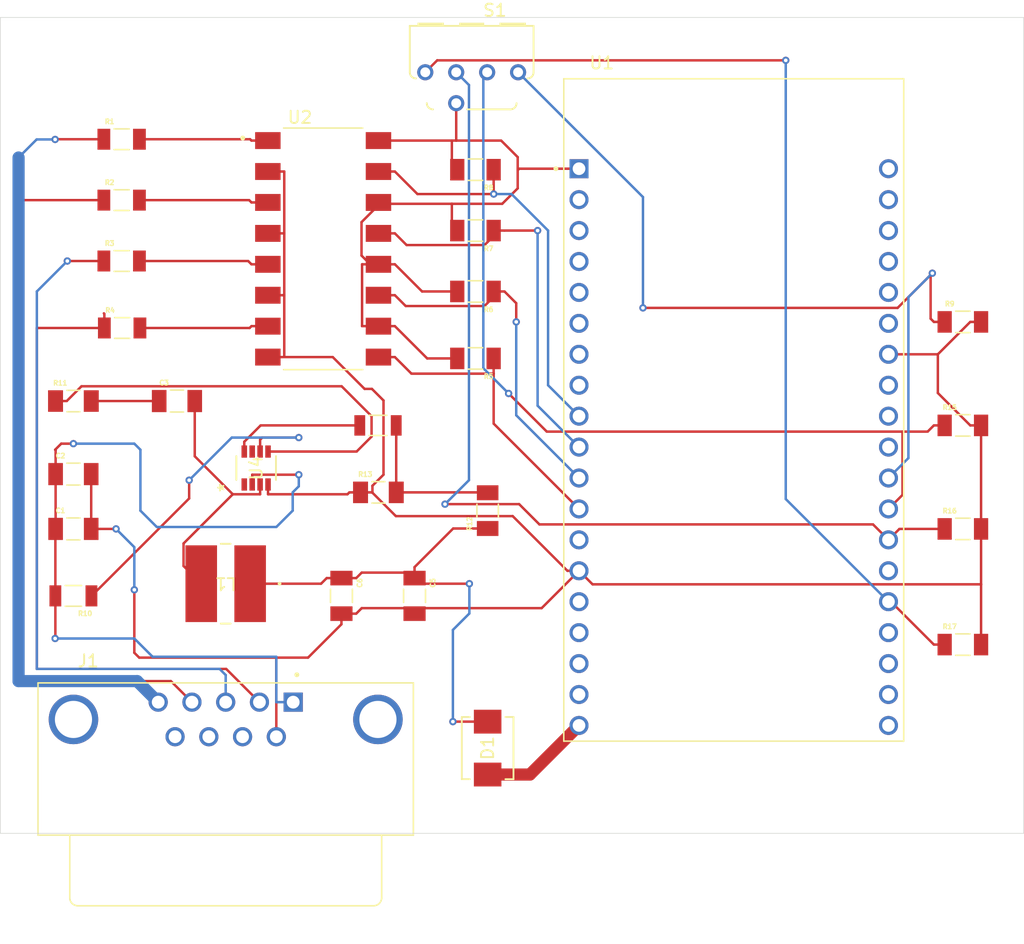
<source format=kicad_pcb>
(kicad_pcb (version 20241229) (generator "pcbnew") (generator_version "9.0")
  (layers (0 "F.Cu" signal) (2 "B.Cu" signal) (13 "F.Paste" user) (15 "B.Paste" user) (5 "F.SilkS" user "F.Silkscreen") (7 "B.SilkS" user "B.Silkscreen") (1 "F.Mask" user) (3 "B.Mask" user) (25 "Edge.Cuts" user))
  (net 0 "")
  (net 1 "+24V")
  (net 2 "GND")
  (net 3 "Net-(U4-SW)")
  (net 4 "Net-(C5-Pad1)")
  (net 5 "+5V")
  (net 11 "Net-(R1-Pad2)")
  (net 12 "Net-(R2-Pad2)")
  (net 13 "Net-(R3-Pad2)")
  (net 14 "Net-(R4-Pad2)")
  (net 15 "+3.3V")
  (net 16 "Net-(U1-IO14)")
  (net 17 "Net-(U1-IO27)")
  (net 18 "Net-(U1-IO26)")
  (net 19 "Net-(U1-IO25)")
  (net 20 "Net-(U1-IO17)")
  (net 21 "Net-(U4-EN)")
  (net 22 "Net-(R12-Pad2)")
  (net 23 "Net-(U4-FB)")
  (net 24 "Net-(U1-IO16)")
  (net 25 "Net-(U1-IO4)")
  (net 26 "Net-(U1-IO2)")
  (net 55 "Net-(C3-Pad1)")
  (footprint "CR1206_FX_1002ELF:RESC3216X75N" (layer "F.Cu") (at 108 45.5 180)
    (property "Reference" "R5" (at -1.08 -1.48 0) (layer "F.SilkS") (effects (font (size 0.393701 0.393701))))
    (property "Value" "CR1206-FX-1002ELF")
    (pad "1" smd rect (at -1.494 0 180) (size 1.17 1.77) (layers "F.Cu" "F.Mask" "F.Paste") (net 16 "Net-(U1-IO14)"))
    (pad "2" smd rect (at 1.494 0 180) (size 1.17 1.77) (layers "F.Cu" "F.Mask" "F.Paste") (net 15 "+3.3V"))
  )
  (footprint "RMCF1206FT10R0:RESC3216X70N" (layer "F.Cu") (at 75 49)
    (property "Reference" "R11" (at -1.08 -1.48 0) (layer "F.SilkS") (effects (font (size 0.393701 0.393701))))
    (property "Value" "RMCF1206FT10R0")
    (pad "1" smd rect (at -1.466 0) (size 1.23 1.77) (layers "F.Cu" "F.Mask" "F.Paste") (net 5 "+5V"))
    (pad "2" smd rect (at 1.466 0) (size 1.23 1.77) (layers "F.Cu" "F.Mask" "F.Paste") (net 55 "Net-(C3-Pad1)"))
  )
  (footprint "DRR3016:DRR3010" (layer "F.Cu") (at 107.69 22 180)
    (property "Reference" "S1" (at -1.907185 5.085855 0) (layer "F.SilkS") (effects (font (size 1.001157 1.001157))))
    (property "Value" "DRR3016")
    (pad "1" thru_hole circle (at 3.81 0 180) (size 1.3208 1.3208) (drill 0.8128) (layers "*.Cu" "*.Mask") (net 26 "Net-(U1-IO2)"))
    (pad "2" thru_hole circle (at 1.27 0 180) (size 1.3208 1.3208) (drill 0.8128) (layers "*.Cu" "*.Mask") (net 25 "Net-(U1-IO4)"))
    (pad "4" thru_hole circle (at -1.27 0 180) (size 1.3208 1.3208) (drill 0.8128) (layers "*.Cu" "*.Mask") (net 24 "Net-(U1-IO16)"))
    (pad "8" thru_hole circle (at -3.81 0 180) (size 1.3208 1.3208) (drill 0.8128) (layers "*.Cu" "*.Mask") (net 20 "Net-(U1-IO17)"))
    (pad "C" thru_hole circle (at 1.27 -2.54 180) (size 1.3208 1.3208) (drill 0.8128) (layers "*.Cu" "*.Mask") (net 15 "+3.3V"))
  )
  (footprint "RMCF1206FT7K50:RESC3216X70N" (layer "F.Cu") (at 100.034 56.5)
    (property "Reference" "R13" (at -1.08 -1.48 0) (layer "F.SilkS") (effects (font (size 0.393701 0.393701))))
    (property "Value" "RMCF1206FT7K50")
    (pad "1" smd rect (at -1.466 0) (size 1.23 1.77) (layers "F.Cu" "F.Mask" "F.Paste") (net 2 "GND"))
    (pad "2" smd rect (at 1.466 0) (size 1.23 1.77) (layers "F.Cu" "F.Mask" "F.Paste") (net 22 "Net-(R12-Pad2)"))
  )
  (footprint "CR1206_FX_1002ELF:RESC3216X75N" (layer "F.Cu") (at 148.006 42.5)
    (property "Reference" "R9" (at -1.08 -1.48 0) (layer "F.SilkS") (effects (font (size 0.393701 0.393701))))
    (property "Value" "CR1206-FX-1002ELF")
    (pad "1" smd rect (at -1.494 0) (size 1.17 1.77) (layers "F.Cu" "F.Mask" "F.Paste") (net 20 "Net-(U1-IO17)"))
    (pad "2" smd rect (at 1.494 0) (size 1.17 1.77) (layers "F.Cu" "F.Mask" "F.Paste") (net 2 "GND"))
  )
  (footprint "CL31B106KAHNNNE:CAPC3216X180N" (layer "F.Cu") (at 75 55)
    (property "Reference" "C2" (at -1.06 -1.5 0) (layer "F.SilkS") (effects (font (size 0.393701 0.393701))))
    (property "Value" "CL31B106KAHNNNE")
    (pad "1" smd rect (at -1.46 0) (size 1.2 1.82) (layers "F.Cu" "F.Mask" "F.Paste") (net 1 "+24V"))
    (pad "2" smd rect (at 1.46 0) (size 1.2 1.82) (layers "F.Cu" "F.Mask" "F.Paste") (net 2 "GND"))
  )
  (footprint "RMCF1206FT40K2:RESC3216X70N" (layer "F.Cu") (at 109 58 90)
    (property "Reference" "R12" (at -1.08 -1.48 90) (layer "F.SilkS") (effects (font (size 0.393701 0.393701))))
    (property "Value" "RMCF1206FT40K2")
    (pad "1" smd rect (at -1.466 0 90) (size 1.23 1.77) (layers "F.Cu" "F.Mask" "F.Paste") (net 4 "Net-(C5-Pad1)"))
    (pad "2" smd rect (at 1.466 0 90) (size 1.23 1.77) (layers "F.Cu" "F.Mask" "F.Paste") (net 22 "Net-(R12-Pad2)"))
  )
  (footprint "CR1206_FX_1002ELF:RESC3216X75N" (layer "F.Cu") (at 148.006 69)
    (property "Reference" "R17" (at -1.08 -1.48 0) (layer "F.SilkS") (effects (font (size 0.393701 0.393701))))
    (property "Value" "CR1206-FX-1002ELF")
    (pad "1" smd rect (at -1.494 0) (size 1.17 1.77) (layers "F.Cu" "F.Mask" "F.Paste") (net 26 "Net-(U1-IO2)"))
    (pad "2" smd rect (at 1.494 0) (size 1.17 1.77) (layers "F.Cu" "F.Mask" "F.Paste") (net 2 "GND"))
  )
  (footprint "CL31B106KAHNNNE:CAPC3216X180N" (layer "F.Cu") (at 83.5 49)
    (property "Reference" "C3" (at -1.06 -1.5 0) (layer "F.SilkS") (effects (font (size 0.393701 0.393701))))
    (property "Value" "CL31B106KAHNNNE")
    (pad "1" smd rect (at -1.46 0) (size 1.2 1.82) (layers "F.Cu" "F.Mask" "F.Paste") (net 55 "Net-(C3-Pad1)"))
    (pad "2" smd rect (at 1.46 0) (size 1.2 1.82) (layers "F.Cu" "F.Mask" "F.Paste") (net 3 "Net-(U4-SW)"))
  )
  (footprint "ul_HPC6045NC-4R7M:IND_HPC6045NC_TTA" (layer "F.Cu") (at 87.5 64 180)
    (property "Reference" "L1" (at 0 0 180) (layer "F.SilkS"))
    (property "Value" "HPC6045NC-4R7M")
    (pad "1" smd rect (at -2.0066 0 270) (size 6.2992 2.5908) (layers "F.Cu" "F.Mask" "F.Paste") (net 4 "Net-(C5-Pad1)"))
    (pad "2" smd rect (at 2.0066 0 270) (size 6.2992 2.5908) (layers "F.Cu" "F.Mask" "F.Paste") (net 3 "Net-(U4-SW)"))
  )
  (footprint "CL31A226KAHNNNE:CAPC3216X180N" (layer "F.Cu") (at 75 59.5)
    (property "Reference" "C1" (at -1.06 -1.5 0) (layer "F.SilkS") (effects (font (size 0.393701 0.393701))))
    (property "Value" "CL31A226KAHNNNE")
    (pad "1" smd rect (at -1.46 0) (size 1.2 1.82) (layers "F.Cu" "F.Mask" "F.Paste") (net 1 "+24V"))
    (pad "2" smd rect (at 1.46 0) (size 1.2 1.82) (layers "F.Cu" "F.Mask" "F.Paste") (net 2 "GND"))
  )
  (footprint "CRGCQ1206F2K2:RESC3115X65N" (layer "F.Cu") (at 78.96 32.5)
    (property "Reference" "R2" (at -0.99 -1.45 0) (layer "F.SilkS") (effects (font (size 0.393701 0.393701))))
    (property "Value" "CRGCQ1206F2K2")
    (pad "1" smd rect (at -1.46 0) (size 1.05 1.72) (layers "F.Cu" "F.Mask" "F.Paste") (net 1 "+24V"))
    (pad "2" smd rect (at 1.46 0) (size 1.05 1.72) (layers "F.Cu" "F.Mask" "F.Paste") (net 12 "Net-(R2-Pad2)"))
  )
  (footprint "CR1206_FX_1002ELF:RESC3216X75N" (layer "F.Cu") (at 108 35 180)
    (property "Reference" "R7" (at -1.08 -1.48 0) (layer "F.SilkS") (effects (font (size 0.393701 0.393701))))
    (property "Value" "CR1206-FX-1002ELF")
    (pad "1" smd rect (at -1.494 0 180) (size 1.17 1.77) (layers "F.Cu" "F.Mask" "F.Paste") (net 18 "Net-(U1-IO26)"))
    (pad "2" smd rect (at 1.494 0 180) (size 1.17 1.77) (layers "F.Cu" "F.Mask" "F.Paste") (net 15 "+3.3V"))
  )
  (footprint "A_DF_09_A_KG_T4S:ASSMANN_A-DF_09_A_KG-T4S" (layer "F.Cu") (at 93.04 73.7275)
    (property "Reference" "J1" (at -16.825 -3.385 0) (layer "F.SilkS"))
    (property "Value" "A-DF_09_A_KG-T4S")
    (pad "1" thru_hole rect (at 0 0) (size 1.575 1.575) (drill 1.05) (layers "*.Cu" "*.Mask") (net 1 "+24V"))
    (pad "2" thru_hole circle (at -2.77 0) (size 1.575 1.575) (drill 1.05) (layers "*.Cu" "*.Mask") (net 1 "+24V"))
    (pad "3" thru_hole circle (at -5.54 0) (size 1.575 1.575) (drill 1.05) (layers "*.Cu" "*.Mask") (net 1 "+24V"))
    (pad "4" thru_hole circle (at -8.31 0) (size 1.575 1.575) (drill 1.05) (layers "*.Cu" "*.Mask") (net 1 "+24V"))
    (pad "5" thru_hole circle (at -11.08 0) (size 1.575 1.575) (drill 1.05) (layers "*.Cu" "*.Mask") (net 1 "+24V"))
    (pad "6" thru_hole circle (at -1.385 2.84) (size 1.575 1.575) (drill 1.05) (layers "*.Cu" "*.Mask") (net 2 "GND"))
    (pad "7" thru_hole circle (at -4.155 2.84) (size 1.575 1.575) (drill 1.05) (layers "*.Cu" "*.Mask"))
    (pad "8" thru_hole circle (at -6.925 2.84) (size 1.575 1.575) (drill 1.05) (layers "*.Cu" "*.Mask"))
    (pad "9" thru_hole circle (at -9.695 2.84) (size 1.575 1.575) (drill 1.05) (layers "*.Cu" "*.Mask"))
    (pad "S1" thru_hole circle (at -18.035 1.42) (size 4.066 4.066) (drill 3.05) (layers "*.Cu" "*.Mask"))
    (pad "S2" thru_hole circle (at 6.955 1.42) (size 4.066 4.066) (drill 3.05) (layers "*.Cu" "*.Mask"))
  )
  (footprint "CRGCQ1206F2K2:RESC3115X65N" (layer "F.Cu") (at 78.96 27.5)
    (property "Reference" "R1" (at -0.99 -1.45 0) (layer "F.SilkS") (effects (font (size 0.393701 0.393701) (thickness 0.098425))))
    (property "Value" "CRGCQ1206F2K2")
    (pad "1" smd rect (at -1.46 0) (size 1.05 1.72) (layers "F.Cu" "F.Mask" "F.Paste") (net 1 "+24V"))
    (pad "2" smd rect (at 1.46 0) (size 1.05 1.72) (layers "F.Cu" "F.Mask" "F.Paste") (net 11 "Net-(R1-Pad2)"))
  )
  (footprint "MP2315SGJ_Z:TSOT23-8_MP2315S_MNP" (layer "F.Cu") (at 90 54.5 90)
    (property "Reference" "U4" (at 0 0 90) (layer "F.SilkS"))
    (property "Value" "MP2315SGJ-Z")
    (fp_text user "*" (at -1.60655 -2.5752 90) (layer "F.SilkS"))
    (fp_text user "*" (at -1.60655 -2.5752 90) (layer "F.SilkS"))
    (pad "1" smd rect (at -1.35255 -0.974999 90) (size 1.0033 0.4572) (layers "F.Cu" "F.Mask" "F.Paste"))
    (pad "2" smd rect (at -1.35255 -0.325001 90) (size 1.0033 0.4572) (layers "F.Cu" "F.Mask" "F.Paste") (net 1 "+24V"))
    (pad "3" smd rect (at -1.35255 0.325001 90) (size 1.0033 0.4572) (layers "F.Cu" "F.Mask" "F.Paste") (net 3 "Net-(U4-SW)"))
    (pad "4" smd rect (at -1.35255 0.974999 90) (size 1.0033 0.4572) (layers "F.Cu" "F.Mask" "F.Paste") (net 2 "GND"))
    (pad "5" smd rect (at 1.35255 0.974999 90) (size 1.0033 0.4572) (layers "F.Cu" "F.Mask" "F.Paste") (net 5 "+5V"))
    (pad "6" smd rect (at 1.35255 0.325001 90) (size 1.0033 0.4572) (layers "F.Cu" "F.Mask" "F.Paste") (net 21 "Net-(U4-EN)"))
    (pad "7" smd rect (at 1.35255 -0.325001 90) (size 1.0033 0.4572) (layers "F.Cu" "F.Mask" "F.Paste"))
    (pad "8" smd rect (at 1.35255 -0.974999 90) (size 1.0033 0.4572) (layers "F.Cu" "F.Mask" "F.Paste") (net 23 "Net-(U4-FB)"))
  )
  (footprint "CRGCQ1206F2K2:RESC3115X65N" (layer "F.Cu") (at 78.96 37.5)
    (property "Reference" "R3" (at -0.99 -1.45 0) (layer "F.SilkS") (effects (font (size 0.393701 0.393701))))
    (property "Value" "CRGCQ1206F2K2")
    (pad "1" smd rect (at -1.46 0) (size 1.05 1.72) (layers "F.Cu" "F.Mask" "F.Paste") (net 1 "+24V"))
    (pad "2" smd rect (at 1.46 0) (size 1.05 1.72) (layers "F.Cu" "F.Mask" "F.Paste") (net 13 "Net-(R3-Pad2)"))
  )
  (footprint "CL31A226KAHNNNE:CAPC3216X180N" (layer "F.Cu") (at 97 65 -90)
    (property "Reference" "C6" (at -1.06 -1.5 90) (layer "F.SilkS") (effects (font (size 0.393701 0.393701))))
    (property "Value" "CL31A226KAHNNNE")
    (pad "1" smd rect (at -1.46 0 270) (size 1.2 1.82) (layers "F.Cu" "F.Mask" "F.Paste") (net 4 "Net-(C5-Pad1)"))
    (pad "2" smd rect (at 1.46 0 270) (size 1.2 1.82) (layers "F.Cu" "F.Mask" "F.Paste") (net 2 "GND"))
  )
  (footprint "CL31A226KAHNNNE:CAPC3216X180N" (layer "F.Cu") (at 103 65 -90)
    (property "Reference" "C5" (at -1.06 -1.5 90) (layer "F.SilkS") (effects (font (size 0.393701 0.393701))))
    (property "Value" "CL31A226KAHNNNE")
    (pad "1" smd rect (at -1.46 0 270) (size 1.2 1.82) (layers "F.Cu" "F.Mask" "F.Paste") (net 4 "Net-(C5-Pad1)"))
    (pad "2" smd rect (at 1.46 0 270) (size 1.2 1.82) (layers "F.Cu" "F.Mask" "F.Paste") (net 2 "GND"))
  )
  (footprint "RC1206FR_07499KL:RESC3116X65N" (layer "F.Cu") (at 75 65 180)
    (property "Reference" "R10" (at -0.96 -1.45 0) (layer "F.SilkS") (effects (font (size 0.393701 0.393701))))
    (property "Value" "RC1206FR-07499KL")
    (pad "1" smd rect (at -1.48 0 180) (size 0.97 1.73) (layers "F.Cu" "F.Mask" "F.Paste") (net 21 "Net-(U4-EN)"))
    (pad "2" smd rect (at 1.48 0 180) (size 0.97 1.73) (layers "F.Cu" "F.Mask" "F.Paste") (net 1 "+24V"))
  )
  (footprint "ESP32-DEVKITC-32D:MODULE_ESP32-DEVKITC-32D" (layer "F.Cu") (at 129.2 49.68)
    (property "Reference" "U1" (at -10.829175 -28.446045 0) (layer "F.SilkS") (effects (font (size 1.000386 1.000386))))
    (property "Value" "ESP32-DEVKITC-32D")
    (pad "J2-1" thru_hole rect (at -12.7 -19.76) (size 1.56 1.56) (drill 1.04) (layers "*.Cu" "*.Mask") (net 15 "+3.3V"))
    (pad "J2-2" thru_hole circle (at -12.7 -17.22) (size 1.56 1.56) (drill 1.04) (layers "*.Cu" "*.Mask"))
    (pad "J2-3" thru_hole circle (at -12.7 -14.68) (size 1.56 1.56) (drill 1.04) (layers "*.Cu" "*.Mask"))
    (pad "J2-4" thru_hole circle (at -12.7 -12.14) (size 1.56 1.56) (drill 1.04) (layers "*.Cu" "*.Mask"))
    (pad "J2-5" thru_hole circle (at -12.7 -9.6) (size 1.56 1.56) (drill 1.04) (layers "*.Cu" "*.Mask"))
    (pad "J2-6" thru_hole circle (at -12.7 -7.06) (size 1.56 1.56) (drill 1.04) (layers "*.Cu" "*.Mask"))
    (pad "J2-7" thru_hole circle (at -12.7 -4.52) (size 1.56 1.56) (drill 1.04) (layers "*.Cu" "*.Mask"))
    (pad "J2-8" thru_hole circle (at -12.7 -1.98) (size 1.56 1.56) (drill 1.04) (layers "*.Cu" "*.Mask"))
    (pad "J2-9" thru_hole circle (at -12.7 0.56) (size 1.56 1.56) (drill 1.04) (layers "*.Cu" "*.Mask") (net 19 "Net-(U1-IO25)"))
    (pad "J2-10" thru_hole circle (at -12.7 3.1) (size 1.56 1.56) (drill 1.04) (layers "*.Cu" "*.Mask") (net 18 "Net-(U1-IO26)"))
    (pad "J2-11" thru_hole circle (at -12.7 5.64) (size 1.56 1.56) (drill 1.04) (layers "*.Cu" "*.Mask") (net 17 "Net-(U1-IO27)"))
    (pad "J2-12" thru_hole circle (at -12.7 8.18) (size 1.56 1.56) (drill 1.04) (layers "*.Cu" "*.Mask") (net 16 "Net-(U1-IO14)"))
    (pad "J2-13" thru_hole circle (at -12.7 10.72) (size 1.56 1.56) (drill 1.04) (layers "*.Cu" "*.Mask"))
    (pad "J2-14" thru_hole circle (at -12.7 13.26) (size 1.56 1.56) (drill 1.04) (layers "*.Cu" "*.Mask") (net 2 "GND"))
    (pad "J2-15" thru_hole circle (at -12.7 15.8) (size 1.56 1.56) (drill 1.04) (layers "*.Cu" "*.Mask"))
    (pad "J2-16" thru_hole circle (at -12.7 18.34) (size 1.56 1.56) (drill 1.04) (layers "*.Cu" "*.Mask"))
    (pad "J2-17" thru_hole circle (at -12.7 20.88) (size 1.56 1.56) (drill 1.04) (layers "*.Cu" "*.Mask"))
    (pad "J2-18" thru_hole circle (at -12.7 23.42) (size 1.56 1.56) (drill 1.04) (layers "*.Cu" "*.Mask"))
    (pad "J2-19" thru_hole circle (at -12.7 25.96) (size 1.56 1.56) (drill 1.04) (layers "*.Cu" "*.Mask") (net 5 "+5V"))
    (pad "J3-1" thru_hole circle (at 12.7 -19.76) (size 1.56 1.56) (drill 1.04) (layers "*.Cu" "*.Mask"))
    (pad "J3-2" thru_hole circle (at 12.7 -17.22) (size 1.56 1.56) (drill 1.04) (layers "*.Cu" "*.Mask"))
    (pad "J3-3" thru_hole circle (at 12.7 -14.68) (size 1.56 1.56) (drill 1.04) (layers "*.Cu" "*.Mask"))
    (pad "J3-4" thru_hole circle (at 12.7 -12.14) (size 1.56 1.56) (drill 1.04) (layers "*.Cu" "*.Mask"))
    (pad "J3-5" thru_hole circle (at 12.7 -9.6) (size 1.56 1.56) (drill 1.04) (layers "*.Cu" "*.Mask"))
    (pad "J3-6" thru_hole circle (at 12.7 -7.06) (size 1.56 1.56) (drill 1.04) (layers "*.Cu" "*.Mask"))
    (pad "J3-7" thru_hole circle (at 12.7 -4.52) (size 1.56 1.56) (drill 1.04) (layers "*.Cu" "*.Mask") (net 2 "GND"))
    (pad "J3-8" thru_hole circle (at 12.7 -1.98) (size 1.56 1.56) (drill 1.04) (layers "*.Cu" "*.Mask"))
    (pad "J3-9" thru_hole circle (at 12.7 0.56) (size 1.56 1.56) (drill 1.04) (layers "*.Cu" "*.Mask"))
    (pad "J3-10" thru_hole circle (at 12.7 3.1) (size 1.56 1.56) (drill 1.04) (layers "*.Cu" "*.Mask"))
    (pad "J3-11" thru_hole circle (at 12.7 5.64) (size 1.56 1.56) (drill 1.04) (layers "*.Cu" "*.Mask") (net 20 "Net-(U1-IO17)"))
    (pad "J3-12" thru_hole circle (at 12.7 8.18) (size 1.56 1.56) (drill 1.04) (layers "*.Cu" "*.Mask") (net 24 "Net-(U1-IO16)"))
    (pad "J3-13" thru_hole circle (at 12.7 10.72) (size 1.56 1.56) (drill 1.04) (layers "*.Cu" "*.Mask") (net 25 "Net-(U1-IO4)"))
    (pad "J3-14" thru_hole circle (at 12.7 13.26) (size 1.56 1.56) (drill 1.04) (layers "*.Cu" "*.Mask"))
    (pad "J3-15" thru_hole circle (at 12.7 15.8) (size 1.56 1.56) (drill 1.04) (layers "*.Cu" "*.Mask") (net 26 "Net-(U1-IO2)"))
    (pad "J3-16" thru_hole circle (at 12.7 18.34) (size 1.56 1.56) (drill 1.04) (layers "*.Cu" "*.Mask"))
    (pad "J3-17" thru_hole circle (at 12.7 20.88) (size 1.56 1.56) (drill 1.04) (layers "*.Cu" "*.Mask"))
    (pad "J3-18" thru_hole circle (at 12.7 23.42) (size 1.56 1.56) (drill 1.04) (layers "*.Cu" "*.Mask"))
    (pad "J3-19" thru_hole circle (at 12.7 25.96) (size 1.56 1.56) (drill 1.04) (layers "*.Cu" "*.Mask"))
  )
  (footprint "CR1206_FX_1002ELF:RESC3216X75N" (layer "F.Cu") (at 148.006 59.5)
    (property "Reference" "R16" (at -1.08 -1.48 0) (layer "F.SilkS") (effects (font (size 0.393701 0.393701))))
    (property "Value" "CR1206-FX-1002ELF")
    (pad "1" smd rect (at -1.494 0) (size 1.17 1.77) (layers "F.Cu" "F.Mask" "F.Paste") (net 25 "Net-(U1-IO4)"))
    (pad "2" smd rect (at 1.494 0) (size 1.17 1.77) (layers "F.Cu" "F.Mask" "F.Paste") (net 2 "GND"))
  )
  (footprint "CR1206_FX_1002ELF:RESC3216X75N" (layer "F.Cu") (at 108 40 180)
    (property "Reference" "R6" (at -1.08 -1.48 0) (layer "F.SilkS") (effects (font (size 0.393701 0.393701))))
    (property "Value" "CR1206-FX-1002ELF")
    (pad "1" smd rect (at -1.494 0 180) (size 1.17 1.77) (layers "F.Cu" "F.Mask" "F.Paste") (net 17 "Net-(U1-IO27)"))
    (pad "2" smd rect (at 1.494 0 180) (size 1.17 1.77) (layers "F.Cu" "F.Mask" "F.Paste") (net 15 "+3.3V"))
  )
  (footprint "CRGCQ1206F2K2:RESC3115X65N" (layer "F.Cu") (at 79 43)
    (property "Reference" "R4" (at -0.99 -1.45 0) (layer "F.SilkS") (effects (font (size 0.393701 0.393701))))
    (property "Value" "CRGCQ1206F2K2")
    (pad "1" smd rect (at -1.46 0) (size 1.05 1.72) (layers "F.Cu" "F.Mask" "F.Paste") (net 1 "+24V"))
    (pad "2" smd rect (at 1.46 0) (size 1.05 1.72) (layers "F.Cu" "F.Mask" "F.Paste") (net 14 "Net-(R4-Pad2)"))
  )
  (footprint "LTV_846S:SOIC254P1016X460-16N" (layer "F.Cu") (at 95.5 36.5)
    (property "Reference" "U2" (at -1.905 -10.795 0) (layer "F.SilkS"))
    (property "Value" "LTV-846S")
    (pad "1" smd rect (at -4.54 -8.89) (size 2.09 1.39) (layers "F.Cu" "F.Mask" "F.Paste") (net 11 "Net-(R1-Pad2)"))
    (pad "2" smd rect (at -4.54 -6.35) (size 2.09 1.39) (layers "F.Cu" "F.Mask" "F.Paste") (net 2 "GND"))
    (pad "3" smd rect (at -4.54 -3.81) (size 2.09 1.39) (layers "F.Cu" "F.Mask" "F.Paste") (net 12 "Net-(R2-Pad2)"))
    (pad "4" smd rect (at -4.54 -1.27) (size 2.09 1.39) (layers "F.Cu" "F.Mask" "F.Paste") (net 2 "GND"))
    (pad "5" smd rect (at -4.54 1.27) (size 2.09 1.39) (layers "F.Cu" "F.Mask" "F.Paste") (net 13 "Net-(R3-Pad2)"))
    (pad "6" smd rect (at -4.54 3.81) (size 2.09 1.39) (layers "F.Cu" "F.Mask" "F.Paste") (net 2 "GND"))
    (pad "7" smd rect (at -4.54 6.35) (size 2.09 1.39) (layers "F.Cu" "F.Mask" "F.Paste") (net 14 "Net-(R4-Pad2)"))
    (pad "8" smd rect (at -4.54 8.89) (size 2.09 1.39) (layers "F.Cu" "F.Mask" "F.Paste") (net 2 "GND"))
    (pad "9" smd rect (at 4.54 8.89) (size 2.09 1.39) (layers "F.Cu" "F.Mask" "F.Paste") (net 16 "Net-(U1-IO14)"))
    (pad "10" smd rect (at 4.54 6.35) (size 2.09 1.39) (layers "F.Cu" "F.Mask" "F.Paste") (net 15 "+3.3V"))
    (pad "11" smd rect (at 4.54 3.81) (size 2.09 1.39) (layers "F.Cu" "F.Mask" "F.Paste") (net 17 "Net-(U1-IO27)"))
    (pad "12" smd rect (at 4.54 1.27) (size 2.09 1.39) (layers "F.Cu" "F.Mask" "F.Paste") (net 15 "+3.3V"))
    (pad "13" smd rect (at 4.54 -1.27) (size 2.09 1.39) (layers "F.Cu" "F.Mask" "F.Paste") (net 18 "Net-(U1-IO26)"))
    (pad "14" smd rect (at 4.54 -3.81) (size 2.09 1.39) (layers "F.Cu" "F.Mask" "F.Paste") (net 15 "+3.3V"))
    (pad "15" smd rect (at 4.54 -6.35) (size 2.09 1.39) (layers "F.Cu" "F.Mask" "F.Paste") (net 19 "Net-(U1-IO25)"))
    (pad "16" smd rect (at 4.54 -8.89) (size 2.09 1.39) (layers "F.Cu" "F.Mask" "F.Paste") (net 15 "+3.3V"))
  )
  (footprint "CR1206_FX_1002ELF:RESC3216X75N" (layer "F.Cu") (at 148.006 51)
    (property "Reference" "R15" (at -1.08 -1.48 0) (layer "F.SilkS") (effects (font (size 0.393701 0.393701))))
    (property "Value" "CR1206-FX-1002ELF")
    (pad "1" smd rect (at -1.494 0) (size 1.17 1.77) (layers "F.Cu" "F.Mask" "F.Paste") (net 24 "Net-(U1-IO16)"))
    (pad "2" smd rect (at 1.494 0) (size 1.17 1.77) (layers "F.Cu" "F.Mask" "F.Paste") (net 2 "GND"))
  )
  (footprint "SS34B_HF:DO214AASMB_CIP" (layer "F.Cu") (at 109 77.5 90)
    (property "Reference" "D1" (at 0 0 90) (layer "F.SilkS"))
    (property "Value" "SS34B-HF")
    (pad "1" smd rect (at -2.1717 0 90) (size 1.9558 2.2606) (layers "F.Cu" "F.Mask" "F.Paste") (net 5 "+5V"))
    (pad "2" smd rect (at 2.1717 0 90) (size 1.9558 2.2606) (layers "F.Cu" "F.Mask" "F.Paste") (net 4 "Net-(C5-Pad1)"))
  )
  (footprint "CRCW120620K0FKEAC:RESC3015X65N" (layer "F.Cu") (at 100 51 180)
    (property "Reference" "R14" (hide yes))
    (property "Value" "CRCW120620K0FKEAC")
    (pad "1" smd rect (at -1.495 0 180) (size 0.89 1.68) (layers "F.Cu" "F.Mask" "F.Paste") (net 22 "Net-(R12-Pad2)"))
    (pad "2" smd rect (at 1.495 0 180) (size 0.89 1.68) (layers "F.Cu" "F.Mask" "F.Paste") (net 23 "Net-(U4-FB)"))
  )
  (footprint "CR1206_FX_1002ELF:RESC3216X75N" (layer "F.Cu") (at 108 30 180)
    (property "Reference" "R8" (at -1.08 -1.48 0) (layer "F.SilkS") (effects (font (size 0.393701 0.393701))))
    (property "Value" "CR1206-FX-1002ELF")
    (pad "1" smd rect (at -1.494 0 180) (size 1.17 1.77) (layers "F.Cu" "F.Mask" "F.Paste") (net 19 "Net-(U1-IO25)"))
    (pad "2" smd rect (at 1.494 0 180) (size 1.17 1.77) (layers "F.Cu" "F.Mask" "F.Paste") (net 15 "+3.3V"))
  )
  (gr_rect (start 69 17.5) (end 153 84.5) (stroke (width 0.05)) (fill no) (layer "Edge.Cuts"))
  (segment (start 70.5 72) (end 70.5 32.5) (width 0.2) (layer "F.Cu") (net 1))
  (segment (start 74.5 37.5) (end 77.5 37.5) (width 0.2) (layer "F.Cu") (net 1))
  (segment (start 93.5 55.0491) (end 89.675 55.0491) (width 0.2) (layer "F.Cu") (net 1))
  (segment (start 77.54 41.8383) (end 77.5 41.7983) (width 0.2) (layer "F.Cu") (net 1))
  (segment (start 72 71) (end 72 43) (width 0.2) (layer "F.Cu") (net 1))
  (segment (start 73.516557 27.5) (end 77.5 27.5) (width 0.2) (layer "F.Cu") (net 1))
  (segment (start 84.73 73.7275) (end 83.0025 72) (width 0.2) (layer "F.Cu") (net 1))
  (segment (start 73.5 27.516557) (end 73.516557 27.5) (width 0.2) (layer "F.Cu") (net 1))
  (segment (start 72 43) (end 77.54 43) (width 0.2) (layer "F.Cu") (net 1))
  (segment (start 87.5425 71) (end 72 71) (width 0.2) (layer "F.Cu") (net 1))
  (segment (start 70.5 32.5) (end 77.5 32.5) (width 0.2) (layer "F.Cu") (net 1))
  (segment (start 90.27 73.7275) (end 87.5425 71) (width 0.2) (layer "F.Cu") (net 1))
  (segment (start 83.0025 72) (end 70.5 72) (width 0.2) (layer "F.Cu") (net 1))
  (segment (start 74 52.5) (end 75 52.5) (width 0.2) (layer "F.Cu") (net 1))
  (segment (start 73.5 53) (end 74 52.5) (width 0.2) (layer "F.Cu") (net 1))
  (segment (start 73.52 59.52) (end 73.54 59.5) (width 0.2) (layer "F.Cu") (net 1))
  (segment (start 89.675 55.0491) (end 89.675 55.8525) (width 0.2) (layer "F.Cu") (net 1))
  (segment (start 73.52 65) (end 73.52 59.52) (width 0.2) (layer "F.Cu") (net 1))
  (segment (start 73.54 55) (end 73.54 53.04) (width 0.2) (layer "F.Cu") (net 1))
  (segment (start 81.96 73.7275) (end 81.96 73.5183) (width 0.2) (layer "F.Cu") (net 1))
  (segment (start 73.5 68.5) (end 73.52 68.48) (width 0.2) (layer "F.Cu") (net 1))
  (segment (start 73.54 53.04) (end 73.5 53) (width 0.2) (layer "F.Cu") (net 1))
  (segment (start 73.52 68.48) (end 73.52 65) (width 0.2) (layer "F.Cu") (net 1))
  (segment (start 73.54 59.5) (end 73.54 55) (width 0.2) (layer "F.Cu") (net 1))
  (segment (start 77.54 43) (end 77.54 41.8383) (width 0.2) (layer "F.Cu") (net 1))
  (via (at 73.5 27.516557) (size 0.6) (drill 0.3) (layers "F.Cu" "B.Cu") (net 1))
  (via (at 74.5 37.5) (size 0.6) (drill 0.3) (layers "F.Cu" "B.Cu") (net 1))
  (via (at 75 52.5) (size 0.6) (drill 0.3) (layers "F.Cu" "B.Cu") (net 1))
  (via (at 93.5 55.0491) (size 0.6) (drill 0.3) (layers "F.Cu" "B.Cu") (net 1))
  (via (at 73.5 68.5) (size 0.6) (drill 0.3) (layers "F.Cu" "B.Cu") (net 1))
  (segment (start 70.5 72) (end 80.2325 72) (width 1) (layer "B.Cu") (net 1))
  (segment (start 91.655 59.345) (end 81.845 59.345) (width 0.2) (layer "B.Cu") (net 1))
  (segment (start 72 40) (end 72 71) (width 0.2) (layer "B.Cu") (net 1))
  (segment (start 93 56.5) (end 93 58) (width 0.2) (layer "B.Cu") (net 1))
  (segment (start 71.983443 27.516557) (end 70.5 29) (width 0.2) (layer "B.Cu") (net 1))
  (segment (start 73.5 27.516557) (end 71.983443 27.516557) (width 0.2) (layer "B.Cu") (net 1))
  (segment (start 72 71) (end 87 71) (width 0.2) (layer "B.Cu") (net 1))
  (segment (start 80.2325 72) (end 81.96 73.7275) (width 1) (layer "B.Cu") (net 1))
  (segment (start 91.655 73.7275) (end 93.04 73.7275) (width 0.2) (layer "B.Cu") (net 1))
  (segment (start 81.5 70) (end 80 68.5) (width 0.2) (layer "B.Cu") (net 1))
  (segment (start 70.5 29) (end 70.5 72) (width 1) (layer "B.Cu") (net 1))
  (segment (start 80 68.5) (end 73.5 68.5) (width 0.2) (layer "B.Cu") (net 1))
  (segment (start 87 71) (end 87.5 71.5) (width 0.2) (layer "B.Cu") (net 1))
  (segment (start 93.5 56) (end 93 56.5) (width 0.2) (layer "B.Cu") (net 1))
  (segment (start 93 58) (end 91.655 59.345) (width 0.2) (layer "B.Cu") (net 1))
  (segment (start 91.655 73.7275) (end 91.655 70) (width 0.2) (layer "B.Cu") (net 1))
  (segment (start 74.5 37.5) (end 72 40) (width 0.2) (layer "B.Cu") (net 1))
  (segment (start 80.5 58) (end 80.5 53) (width 0.2) (layer "B.Cu") (net 1))
  (segment (start 87.5 71.5) (end 87.5 73.7275) (width 0.2) (layer "B.Cu") (net 1))
  (segment (start 80.5 53) (end 80 52.5) (width 0.2) (layer "B.Cu") (net 1))
  (segment (start 81.845 59.345) (end 80.5 58) (width 0.2) (layer "B.Cu") (net 1))
  (segment (start 80 52.5) (end 75 52.5) (width 0.2) (layer "B.Cu") (net 1))
  (segment (start 91.655 70) (end 81.5 70) (width 0.2) (layer "B.Cu") (net 1))
  (segment (start 93.5 55.0491) (end 93.5 56) (width 0.2) (layer "B.Cu") (net 1))
  (segment (start 92.2059 40.31) (end 92.3052 40.31) (width 0.2) (layer "F.Cu") (net 2))
  (segment (start 115.5462 62.94) (end 116.5 62.94) (width 0.2) (layer "F.Cu") (net 2))
  (segment (start 99.544 56.5283) (end 99.544 55.956) (width 0.2) (layer "F.Cu") (net 2))
  (segment (start 145.9533 48.34) (end 145.9533 45.16) (width 0.2) (layer "F.Cu") (net 2))
  (segment (start 149.5 42.5) (end 148.6133 42.5) (width 0.2) (layer "F.Cu") (net 2))
  (segment (start 92.3067 30.15) (end 92.3067 35.23) (width 0.2) (layer "F.Cu") (net 2))
  (segment (start 100.453 55.047) (end 100.453 48.953) (width 0.2) (layer "F.Cu") (net 2))
  (segment (start 141.9 45.16) (end 145.9533 45.16) (width 0.2) (layer "F.Cu") (net 2))
  (segment (start 80.4005 70.0715) (end 80 69.671) (width 0.2) (layer "F.Cu") (net 2))
  (segment (start 97.4955 56.6558) (end 90.975 56.6558) (width 0.2) (layer "F.Cu") (net 2))
  (segment (start 99.544 55.956) (end 100.453 55.047) (width 0.2) (layer "F.Cu") (net 2))
  (segment (start 97 67.331) (end 94.2595 70.0715) (width 0.2) (layer "F.Cu") (net 2))
  (segment (start 99.5 48) (end 98.896383 48) (width 0.2) (layer "F.Cu") (net 2))
  (segment (start 91.655 70.0715) (end 80.4005 70.0715) (width 0.2) (layer "F.Cu") (net 2))
  (segment (start 92.3067 35.23) (end 92.3067 40.31) (width 0.2) (layer "F.Cu") (net 2))
  (segment (start 98.6626 66.0091) (end 103 66.0091) (width 0.2) (layer "F.Cu") (net 2))
  (segment (start 98.896383 48) (end 96.286383 45.39) (width 0.2) (layer "F.Cu") (net 2))
  (segment (start 149.5 69) (end 149.5 64.0512) (width 0.2) (layer "F.Cu") (net 2))
  (segment (start 90.96 45.39) (end 92.3067 45.39) (width 0.2) (layer "F.Cu") (net 2))
  (segment (start 99.544 56.5283) (end 101.4671 58.4514) (width 0.2) (layer "F.Cu") (net 2))
  (segment (start 149.5 64.0512) (end 149.5 59.5) (width 0.2) (layer "F.Cu") (net 2))
  (segment (start 80 69.671) (end 80 64.5) (width 0.2) (layer "F.Cu") (net 2))
  (segment (start 149.5 64.0512) (end 117.6112 64.0512) (width 0.2) (layer "F.Cu") (net 2))
  (segment (start 149.5 51) (end 148.6133 51) (width 0.2) (layer "F.Cu") (net 2))
  (segment (start 76.46 59.5) (end 78.5 59.5) (width 0.2) (layer "F.Cu") (net 2))
  (segment (start 98.568 56.5) (end 97.6513 56.5) (width 0.2) (layer "F.Cu") (net 2))
  (segment (start 96.286383 45.39) (end 92.3067 45.39) (width 0.2) (layer "F.Cu") (net 2))
  (segment (start 90.96 40.31) (end 92.2059 40.31) (width 0.2) (layer "F.Cu") (net 2))
  (segment (start 91.655 76.5675) (end 91.655 70.0715) (width 0.2) (layer "F.Cu") (net 2))
  (segment (start 92.3052 40.31) (end 92.3067 40.3115) (width 0.2) (layer "F.Cu") (net 2))
  (segment (start 145.9533 45.16) (end 148.6133 42.5) (width 0.2) (layer "F.Cu") (net 2))
  (segment (start 101.4671 58.4514) (end 111.0576 58.4514) (width 0.2) (layer "F.Cu") (net 2))
  (segment (start 92.3067 40.3115) (end 92.3067 45.39) (width 0.2) (layer "F.Cu") (net 2))
  (segment (start 90.96 35.23) (end 92.3067 35.23) (width 0.2) (layer "F.Cu") (net 2))
  (segment (start 90.975 55.8525) (end 90.975 56.6558) (width 0.2) (layer "F.Cu") (net 2))
  (segment (start 99.5157 56.5) (end 99.544 56.5283) (width 0.2) (layer "F.Cu") (net 2))
  (segment (start 98.7972 56.5) (end 99.5157 56.5) (width 0.2) (layer "F.Cu") (net 2))
  (segment (start 103 66.46) (end 103 66.0091) (width 0.2) (layer "F.Cu") (net 2))
  (segment (start 148.6133 51) (end 145.9533 48.34) (width 0.2) (layer "F.Cu") (net 2))
  (segment (start 100.453 48.953) (end 99.5 48) (width 0.2) (layer "F.Cu") (net 2))
  (segment (start 111.0576 58.4514) (end 115.5462 62.94) (width 0.2) (layer "F.Cu") (net 2))
  (segment (start 113.4309 66.0091) (end 116.5 62.94) (width 0.2) (layer "F.Cu") (net 2))
  (segment (start 103 66.0091) (end 113.4309 66.0091) (width 0.2) (layer "F.Cu") (net 2))
  (segment (start 97.6513 56.5) (end 97.4955 56.6558) (width 0.2) (layer "F.Cu") (net 2))
  (segment (start 149.5 59.5) (end 149.5 51) (width 0.2) (layer "F.Cu") (net 2))
  (segment (start 97 66.46) (end 97 67.331) (width 0.2) (layer "F.Cu") (net 2))
  (segment (start 94.2595 70.0715) (end 91.655 70.0715) (width 0.2) (layer "F.Cu") (net 2))
  (segment (start 97 66.46) (end 98.2117 66.46) (width 0.2) (layer "F.Cu") (net 2))
  (segment (start 76.46 59.5) (end 76.46 55) (width 0.2) (layer "F.Cu") (net 2))
  (segment (start 117.6112 64.0512) (end 116.5 62.94) (width 0.2) (layer "F.Cu") (net 2))
  (segment (start 98.568 56.5) (end 98.7972 56.5) (width 0.2) (layer "F.Cu") (net 2))
  (segment (start 92.3052 40.31) (end 92.3067 40.31) (width 0.2) (layer "F.Cu") (net 2))
  (segment (start 90.96 30.15) (end 92.3067 30.15) (width 0.2) (layer "F.Cu") (net 2))
  (segment (start 98.2117 66.46) (end 98.6626 66.0091) (width 0.2) (layer "F.Cu") (net 2))
  (via (at 80 64.5) (size 0.6) (drill 0.3) (layers "F.Cu" "B.Cu") (net 2))
  (via (at 78.5 59.5) (size 0.6) (drill 0.3) (layers "F.Cu" "B.Cu") (net 2))
  (segment (start 80 61) (end 78.5 59.5) (width 0.2) (layer "B.Cu") (net 2))
  (segment (start 80 64.5) (end 80 61) (width 0.2) (layer "B.Cu") (net 2))
  (segment (start 84.0416 62.5482) (end 85.4934 64) (width 0.2) (layer "F.Cu") (net 3))
  (segment (start 84.0416 60.6963) (end 84.0416 62.5482) (width 0.2) (layer "F.Cu") (net 3))
  (segment (start 90.325 55.8525) (end 90.325 56.6558) (width 0.2) (layer "F.Cu") (net 3))
  (segment (start 90.325 56.6558) (end 88.0821 56.6558) (width 0.2) (layer "F.Cu") (net 3))
  (segment (start 88.0821 56.6558) (end 84.0416 60.6963) (width 0.2) (layer "F.Cu") (net 3))
  (segment (start 84.96 49) (end 84.96 53.5337) (width 0.2) (layer "F.Cu") (net 3))
  (segment (start 84.96 53.5337) (end 88.0821 56.6558) (width 0.2) (layer "F.Cu") (net 3))
  (segment (start 109 75.3283) (end 106.1484 75.3283) (width 0.2) (layer "F.Cu") (net 4))
  (segment (start 103 63.0891) (end 98.6626 63.0891) (width 0.2) (layer "F.Cu") (net 4))
  (segment (start 98.6626 63.0891) (end 98.2117 63.54) (width 0.2) (layer "F.Cu") (net 4))
  (segment (start 107.5 64) (end 103.46 64) (width 0.2) (layer "F.Cu") (net 4))
  (segment (start 103 63.0891) (end 103 62.6383) (width 0.2) (layer "F.Cu") (net 4))
  (segment (start 95.3283 64) (end 95.7883 63.54) (width 0.2) (layer "F.Cu") (net 4))
  (segment (start 97 63.54) (end 98.2117 63.54) (width 0.2) (layer "F.Cu") (net 4))
  (segment (start 106.1723 59.466) (end 103 62.6383) (width 0.2) (layer "F.Cu") (net 4))
  (segment (start 103.46 64) (end 103 63.54) (width 0.2) (layer "F.Cu") (net 4))
  (segment (start 109 59.466) (end 106.1723 59.466) (width 0.2) (layer "F.Cu") (net 4))
  (segment (start 89.5066 64) (end 95.3283 64) (width 0.2) (layer "F.Cu") (net 4))
  (segment (start 97 63.54) (end 95.7883 63.54) (width 0.2) (layer "F.Cu") (net 4))
  (segment (start 103 63.54) (end 103 63.0891) (width 0.2) (layer "F.Cu") (net 4))
  (via (at 106.1484 75.3283) (size 0.6) (drill 0.3) (layers "F.Cu" "B.Cu") (net 4))
  (via (at 107.5 64) (size 0.6) (drill 0.3) (layers "F.Cu" "B.Cu") (net 4))
  (segment (start 106.1484 67.7954) (end 106.1484 75.3283) (width 0.2) (layer "B.Cu") (net 4))
  (segment (start 107.5 66.4438) (end 106.1484 67.7954) (width 0.2) (layer "B.Cu") (net 4))
  (segment (start 107.5 64) (end 107.5 66.4438) (width 0.2) (layer "B.Cu") (net 4))
  (segment (start 75.6624 47.7883) (end 74.4507 49) (width 0.2) (layer "F.Cu") (net 5))
  (segment (start 99.4729 50.2427) (end 97.0185 47.7883) (width 0.2) (layer "F.Cu") (net 5))
  (segment (start 97.0185 47.7883) (end 75.6624 47.7883) (width 0.2) (layer "F.Cu") (net 5))
  (segment (start 90.975 53.1474) (end 98.2446 53.1474) (width 0.2) (layer "F.Cu") (net 5))
  (segment (start 112.4683 79.6717) (end 116.5 75.64) (width 1) (layer "F.Cu") (net 5))
  (segment (start 109 79.6717) (end 112.4683 79.6717) (width 1) (layer "F.Cu") (net 5))
  (segment (start 74.4507 49) (end 73.534 49) (width 0.2) (layer "F.Cu") (net 5))
  (segment (start 99.4729 51.9191) (end 99.4729 50.2427) (width 0.2) (layer "F.Cu") (net 5))
  (segment (start 98.2446 53.1474) (end 99.4729 51.9191) (width 0.2) (layer "F.Cu") (net 5))
  (segment (start 90.96 27.61) (end 89.6133 27.61) (width 0.2) (layer "F.Cu") (net 11))
  (segment (start 80.42 27.5) (end 89.5033 27.5) (width 0.2) (layer "F.Cu") (net 11))
  (segment (start 89.5033 27.5) (end 89.6133 27.61) (width 0.2) (layer "F.Cu") (net 11))
  (segment (start 80.42 32.5) (end 89.4233 32.5) (width 0.2) (layer "F.Cu") (net 12))
  (segment (start 89.4233 32.5) (end 89.6133 32.69) (width 0.2) (layer "F.Cu") (net 12))
  (segment (start 90.96 32.69) (end 89.6133 32.69) (width 0.2) (layer "F.Cu") (net 12))
  (segment (start 80.42 37.5) (end 89.3433 37.5) (width 0.2) (layer "F.Cu") (net 13))
  (segment (start 89.3433 37.5) (end 89.6133 37.77) (width 0.2) (layer "F.Cu") (net 13))
  (segment (start 90.96 37.77) (end 89.6133 37.77) (width 0.2) (layer "F.Cu") (net 13))
  (segment (start 80.46 43) (end 89.4633 43) (width 0.2) (layer "F.Cu") (net 14))
  (segment (start 90.96 42.85) (end 89.6133 42.85) (width 0.2) (layer "F.Cu") (net 14))
  (segment (start 89.4633 43) (end 89.6133 42.85) (width 0.2) (layer "F.Cu") (net 14))
  (segment (start 100.04 27.61) (end 100.7134 27.61) (width 0.2) (layer "F.Cu") (net 15))
  (segment (start 106.506 40) (end 106.0627 40) (width 0.2) (layer "F.Cu") (net 15))
  (segment (start 106.42 27.61) (end 110.11 27.61) (width 0.2) (layer "F.Cu") (net 15))
  (segment (start 110.11 27.61) (end 111.4675 28.9675) (width 0.2) (layer "F.Cu") (net 15))
  (segment (start 100.6125 42.85) (end 101.3867 42.85) (width 0.2) (layer "F.Cu") (net 15))
  (segment (start 111.5924 29.92) (end 111.4675 30.0449) (width 0.2) (layer "F.Cu") (net 15))
  (segment (start 100.04 37.77) (end 99.3667 37.77) (width 0.2) (layer "F.Cu") (net 15))
  (segment (start 99.3667 37.77) (end 98.6933 37.77) (width 0.2) (layer "F.Cu") (net 15))
  (segment (start 103.6167 40) (end 101.3867 37.77) (width 0.2) (layer "F.Cu") (net 15))
  (segment (start 106.506 35) (end 106.0627 35) (width 0.2) (layer "F.Cu") (net 15))
  (segment (start 106.0627 40) (end 103.6167 40) (width 0.2) (layer "F.Cu") (net 15))
  (segment (start 106.0627 27.61) (end 106.42 27.61) (width 0.2) (layer "F.Cu") (net 15))
  (segment (start 98.6488 37.0521) (end 98.6488 34.3074) (width 0.2) (layer "F.Cu") (net 15))
  (segment (start 106.0627 32.8031) (end 100.1531 32.8031) (width 0.2) (layer "F.Cu") (net 15))
  (segment (start 115.9592 29.92) (end 111.5924 29.92) (width 0.2) (layer "F.Cu") (net 15))
  (segment (start 99.3667 37.77) (end 98.6488 37.0521) (width 0.2) (layer "F.Cu") (net 15))
  (segment (start 106.42 24.54) (end 106.42 27.61) (width 0.2) (layer "F.Cu") (net 15))
  (segment (start 104.0367 45.5) (end 101.3867 42.85) (width 0.2) (layer "F.Cu") (net 15))
  (segment (start 98.6933 42.85) (end 98.6933 37.77) (width 0.2) (layer "F.Cu") (net 15))
  (segment (start 106.506 45.5) (end 104.0367 45.5) (width 0.2) (layer "F.Cu") (net 15))
  (segment (start 100.7134 27.61) (end 106.0627 27.61) (width 0.2) (layer "F.Cu") (net 15))
  (segment (start 111.4675 31.5325) (end 110.1969 32.8031) (width 0.2) (layer "F.Cu") (net 15))
  (segment (start 100.04 37.77) (end 101.3867 37.77) (width 0.2) (layer "F.Cu") (net 15))
  (segment (start 106.0627 35) (end 106.0627 32.8031) (width 0.2) (layer "F.Cu") (net 15))
  (segment (start 98.6488 34.3074) (end 100.1531 32.8031) (width 0.2) (layer "F.Cu") (net 15))
  (segment (start 100.04 42.85) (end 98.6933 42.85) (width 0.2) (layer "F.Cu") (net 15))
  (segment (start 111.4675 28.9675) (end 111.4675 30.0449) (width 0.2) (layer "F.Cu") (net 15))
  (segment (start 100.6125 42.85) (end 100.04 42.85) (width 0.2) (layer "F.Cu") (net 15))
  (segment (start 110.1969 32.8031) (end 106.0627 32.8031) (width 0.2) (layer "F.Cu") (net 15))
  (segment (start 116.5 29.92) (end 115.9592 29.92) (width 0.2) (layer "F.Cu") (net 15))
  (segment (start 100.1531 32.8031) (end 100.04 32.69) (width 0.2) (layer "F.Cu") (net 15))
  (segment (start 106.506 30) (end 106.0627 30) (width 0.2) (layer "F.Cu") (net 15))
  (segment (start 111.4675 30.0449) (end 111.4675 31.5325) (width 0.2) (layer "F.Cu") (net 15))
  (segment (start 106.0627 30) (end 106.0627 27.61) (width 0.2) (layer "F.Cu") (net 15))
  (segment (start 100.04 45.39) (end 101.3867 45.39) (width 0.2) (layer "F.Cu") (net 16))
  (segment (start 109.494 46.7515) (end 102.7482 46.7515) (width 0.2) (layer "F.Cu") (net 16))
  (segment (start 102.7482 46.7515) (end 101.3867 45.39) (width 0.2) (layer "F.Cu") (net 16))
  (segment (start 109.494 46.7515) (end 109.494 45.5) (width 0.2) (layer "F.Cu") (net 16))
  (segment (start 109.494 50.854) (end 109.494 46.7515) (width 0.2) (layer "F.Cu") (net 16))
  (segment (start 116.5 57.86) (end 109.494 50.854) (width 0.2) (layer "F.Cu") (net 16))
  (segment (start 111.3461 40.9654) (end 110.3807 40) (width 0.2) (layer "F.Cu") (net 17))
  (segment (start 110.3807 40) (end 109.9374 40) (width 0.2) (layer "F.Cu") (net 17))
  (segment (start 111.3461 42.5) (end 111.3461 40.9654) (width 0.2) (layer "F.Cu") (net 17))
  (segment (start 100.04 40.31) (end 101.3867 40.31) (width 0.2) (layer "F.Cu") (net 17))
  (segment (start 109.494 40) (end 109.9374 40) (width 0.2) (layer "F.Cu") (net 17))
  (segment (start 108.7402 41.1972) (end 102.2739 41.1972) (width 0.2) (layer "F.Cu") (net 17))
  (segment (start 109.9374 40) (end 108.7402 41.1972) (width 0.2) (layer "F.Cu") (net 17))
  (segment (start 102.2739 41.1972) (end 101.3867 40.31) (width 0.2) (layer "F.Cu") (net 17))
  (via (at 111.3461 42.5) (size 0.6) (drill 0.3) (layers "F.Cu" "B.Cu") (net 17))
  (segment (start 111.3461 50.1661) (end 116.5 55.32) (width 0.2) (layer "B.Cu") (net 17))
  (segment (start 111.3461 42.5) (end 111.3461 50.1661) (width 0.2) (layer "B.Cu") (net 17))
  (segment (start 109.9374 35) (end 108.7482 36.1892) (width 0.2) (layer "F.Cu") (net 18))
  (segment (start 100.04 35.23) (end 101.3867 35.23) (width 0.2) (layer "F.Cu") (net 18))
  (segment (start 102.3459 36.1892) (end 101.3867 35.23) (width 0.2) (layer "F.Cu") (net 18))
  (segment (start 110.3807 35) (end 113.1014 35) (width 0.2) (layer "F.Cu") (net 18))
  (segment (start 109.494 35) (end 109.9374 35) (width 0.2) (layer "F.Cu") (net 18))
  (segment (start 108.7482 36.1892) (end 102.3459 36.1892) (width 0.2) (layer "F.Cu") (net 18))
  (segment (start 109.9374 35) (end 110.3807 35) (width 0.2) (layer "F.Cu") (net 18))
  (via (at 113.1014 35) (size 0.6) (drill 0.3) (layers "F.Cu" "B.Cu") (net 18))
  (segment (start 116.5 52.78) (end 113.1014 49.3814) (width 0.2) (layer "B.Cu") (net 18))
  (segment (start 113.1014 49.3814) (end 113.1014 35) (width 0.2) (layer "B.Cu") (net 18))
  (segment (start 101.3867 30.15) (end 100.04 30.15) (width 0.2) (layer "F.Cu") (net 19))
  (segment (start 103.2367 32) (end 101.3867 30.15) (width 0.2) (layer "F.Cu") (net 19))
  (segment (start 109.5 32) (end 103.2367 32) (width 0.2) (layer "F.Cu") (net 19))
  (segment (start 109.494 31.994) (end 109.494 30) (width 0.2) (layer "F.Cu") (net 19))
  (segment (start 109.5 32) (end 109.494 31.994) (width 0.2) (layer "F.Cu") (net 19))
  (via (at 109.5 32) (size 0.6) (drill 0.3) (layers "F.Cu" "B.Cu") (net 19))
  (segment (start 109.5 32) (end 110.9617 32) (width 0.2) (layer "B.Cu") (net 19))
  (segment (start 113.9603 34.9986) (end 113.9603 47.7003) (width 0.2) (layer "B.Cu") (net 19))
  (segment (start 110.9617 32) (end 113.9603 34.9986) (width 0.2) (layer "B.Cu") (net 19))
  (segment (start 113.9603 47.7003) (end 116.5 50.24) (width 0.2) (layer "B.Cu") (net 19))
  (segment (start 145.3592 42.2339) (end 145.6253 42.5) (width 0.2) (layer "F.Cu") (net 20))
  (segment (start 145.6253 42.5) (end 146.512 42.5) (width 0.2) (layer "F.Cu") (net 20))
  (segment (start 145.5 38.5) (end 145.5 38.5016) (width 0.2) (layer "F.Cu") (net 20))
  (segment (start 145.5 38.5016) (end 142.6516 41.35) (width 0.2) (layer "F.Cu") (net 20))
  (segment (start 142.6516 41.35) (end 121.7492 41.35) (width 0.2) (layer "F.Cu") (net 20))
  (segment (start 145.5 38.5) (end 145.3592 38.6408) (width 0.2) (layer "F.Cu") (net 20))
  (segment (start 145.3592 38.6408) (end 145.3592 42.2339) (width 0.2) (layer "F.Cu") (net 20))
  (via (at 121.7492 41.35) (size 0.6) (drill 0.3) (layers "F.Cu" "B.Cu") (net 20))
  (via (at 145.5 38.5) (size 0.6) (drill 0.3) (layers "F.Cu" "B.Cu") (net 20))
  (segment (start 121.7492 32.2492) (end 121.7492 41.35) (width 0.2) (layer "B.Cu") (net 20))
  (segment (start 145.5 38.5) (end 143.5355 40.4645) (width 0.2) (layer "B.Cu") (net 20))
  (segment (start 143.5355 53.6845) (end 141.9 55.32) (width 0.2) (layer "B.Cu") (net 20))
  (segment (start 111.5 22) (end 121.7492 32.2492) (width 0.2) (layer "B.Cu") (net 20))
  (segment (start 143.5355 40.4645) (end 143.5355 53.6845) (width 0.2) (layer "B.Cu") (net 20))
  (segment (start 76.5 65) (end 76.48 65) (width 0.2) (layer "F.Cu") (net 21))
  (segment (start 90.325001 52.174999) (end 90.325001 53.14745) (width 0.2) (layer "F.Cu") (net 21))
  (segment (start 90.5 52) (end 90.325001 52.174999) (width 0.2) (layer "F.Cu") (net 21))
  (segment (start 84.5 57) (end 76.5 65) (width 0.2) (layer "F.Cu") (net 21))
  (segment (start 84.5 55.5) (end 84.5 57) (width 0.2) (layer "F.Cu") (net 21))
  (segment (start 93.5 52) (end 90.5 52) (width 0.2) (layer "F.Cu") (net 21))
  (via blind (at 84.5 55.5) (size 0.6) (drill 0.3) (layers "F.Cu" "B.Cu") (net 21))
  (via (at 93.5 52) (size 0.6) (drill 0.3) (layers "F.Cu" "B.Cu") (net 21))
  (segment (start 93.5 52) (end 88 52) (width 0.2) (layer "B.Cu") (net 21))
  (segment (start 88 52) (end 84.5 55.5) (width 0.2) (layer "B.Cu") (net 21))
  (segment (start 101.495 52.1417) (end 101.495 52) (width 0.2) (layer "F.Cu") (net 22))
  (segment (start 101.495 56.495) (end 101.5 56.5) (width 0.2) (layer "F.Cu") (net 22))
  (segment (start 101.495 52) (end 101.495 51) (width 0.2) (layer "F.Cu") (net 22))
  (segment (start 101.5 56.5) (end 108.966 56.5) (width 0.2) (layer "F.Cu") (net 22))
  (segment (start 108.966 56.5) (end 109 56.534) (width 0.2) (layer "F.Cu") (net 22))
  (segment (start 101.495 51) (end 101.495 56.495) (width 0.2) (layer "F.Cu") (net 22))
  (segment (start 89.025 53.1474) (end 89.025 52.344) (width 0.2) (layer "F.Cu") (net 23))
  (segment (start 90.369 51) (end 89.025 52.344) (width 0.2) (layer "F.Cu") (net 23))
  (segment (start 98.505 51) (end 90.369 51) (width 0.2) (layer "F.Cu") (net 23))
  (segment (start 145.6253 51) (end 145.1153 51.51) (width 0.2) (layer "F.Cu") (net 24))
  (segment (start 143.053 51.51) (end 113.8526 51.51) (width 0.2) (layer "F.Cu") (net 24))
  (segment (start 113.8526 51.51) (end 110.7197 48.3771) (width 0.2) (layer "F.Cu") (net 24))
  (segment (start 143.053 51.51) (end 143.053 56.707) (width 0.2) (layer "F.Cu") (net 24))
  (segment (start 146.512 51) (end 145.6253 51) (width 0.2) (layer "F.Cu") (net 24))
  (segment (start 143.053 56.707) (end 141.9 57.86) (width 0.2) (layer "F.Cu") (net 24))
  (segment (start 145.1153 51.51) (end 143.053 51.51) (width 0.2) (layer "F.Cu") (net 24))
  (via (at 110.7197 48.3771) (size 0.6) (drill 0.3) (layers "F.Cu" "B.Cu") (net 24))
  (segment (start 108.6462 46.3036) (end 110.7197 48.3771) (width 0.2) (layer "B.Cu") (net 24))
  (segment (start 108.6462 22.3138) (end 108.6462 46.3036) (width 0.2) (layer "B.Cu") (net 24))
  (segment (start 108.96 22) (end 108.6462 22.3138) (width 0.2) (layer "B.Cu") (net 24))
  (segment (start 140.63 59.13) (end 141.9 60.4) (width 0.2) (layer "F.Cu") (net 25))
  (segment (start 111.586 57.4673) (end 113.2487 59.13) (width 0.2) (layer "F.Cu") (net 25))
  (segment (start 113.2487 59.13) (end 140.63 59.13) (width 0.2) (layer "F.Cu") (net 25))
  (segment (start 105.5 57.4673) (end 111.586 57.4673) (width 0.2) (layer "F.Cu") (net 25))
  (segment (start 146.512 59.5) (end 142.8 59.5) (width 0.2) (layer "F.Cu") (net 25))
  (segment (start 142.8 59.5) (end 141.9 60.4) (width 0.2) (layer "F.Cu") (net 25))
  (via (at 105.5 57.4673) (size 0.6) (drill 0.3) (layers "F.Cu" "B.Cu") (net 25))
  (segment (start 107.4676 55.4997) (end 107.4676 23.0476) (width 0.2) (layer "B.Cu") (net 25))
  (segment (start 107.4676 23.0476) (end 106.42 22) (width 0.2) (layer "B.Cu") (net 25))
  (segment (start 105.5 57.4673) (end 107.4676 55.4997) (width 0.2) (layer "B.Cu") (net 25))
  (segment (start 103.88 22) (end 104.8594 21.0206) (width 0.2) (layer "F.Cu") (net 26))
  (segment (start 142.1053 65.48) (end 141.9 65.48) (width 0.2) (layer "F.Cu") (net 26))
  (segment (start 146.512 69) (end 145.6253 69) (width 0.2) (layer "F.Cu") (net 26))
  (segment (start 104.8594 21.0206) (end 133.4681 21.0206) (width 0.2) (layer "F.Cu") (net 26))
  (segment (start 145.6253 69) (end 142.1053 65.48) (width 0.2) (layer "F.Cu") (net 26))
  (via (at 133.4681 21.0206) (size 0.6) (drill 0.3) (layers "F.Cu" "B.Cu") (net 26))
  (segment (start 141.9 65.48) (end 133.4681 57.0481) (width 0.2) (layer "B.Cu") (net 26))
  (segment (start 133.4681 57.0481) (end 133.4681 21.0206) (width 0.2) (layer "B.Cu") (net 26))
  (segment (start 76.466 49) (end 82.04 49) (width 0.2) (layer "F.Cu") (net 55))
)
</source>
